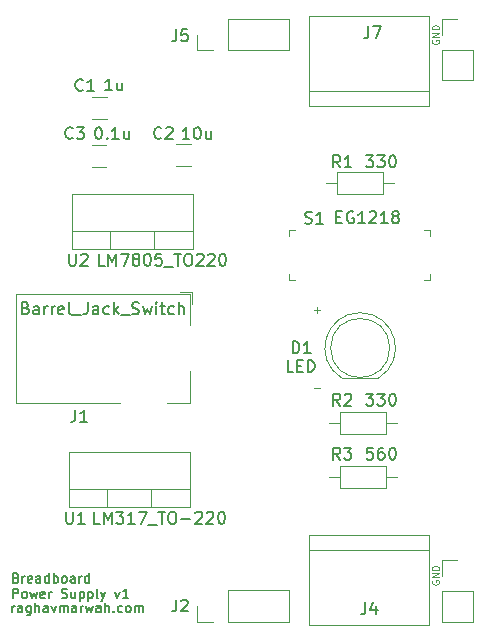
<source format=gto>
%TF.GenerationSoftware,KiCad,Pcbnew,(6.0.7-1)-1*%
%TF.CreationDate,2022-08-29T03:00:19-07:00*%
%TF.ProjectId,BB_Power_Supply,42425f50-6f77-4657-925f-537570706c79,1*%
%TF.SameCoordinates,Original*%
%TF.FileFunction,Legend,Top*%
%TF.FilePolarity,Positive*%
%FSLAX46Y46*%
G04 Gerber Fmt 4.6, Leading zero omitted, Abs format (unit mm)*
G04 Created by KiCad (PCBNEW (6.0.7-1)-1) date 2022-08-29 03:00:19*
%MOMM*%
%LPD*%
G01*
G04 APERTURE LIST*
%ADD10C,0.130000*%
%ADD11C,0.125000*%
%ADD12C,0.150000*%
%ADD13C,0.120000*%
%ADD14C,0.100000*%
G04 APERTURE END LIST*
D10*
X122309242Y-113852857D02*
X122423528Y-113890952D01*
X122461623Y-113929047D01*
X122499719Y-114005238D01*
X122499719Y-114119523D01*
X122461623Y-114195714D01*
X122423528Y-114233809D01*
X122347338Y-114271904D01*
X122042576Y-114271904D01*
X122042576Y-113471904D01*
X122309242Y-113471904D01*
X122385433Y-113510000D01*
X122423528Y-113548095D01*
X122461623Y-113624285D01*
X122461623Y-113700476D01*
X122423528Y-113776666D01*
X122385433Y-113814761D01*
X122309242Y-113852857D01*
X122042576Y-113852857D01*
X122842576Y-114271904D02*
X122842576Y-113738571D01*
X122842576Y-113890952D02*
X122880671Y-113814761D01*
X122918766Y-113776666D01*
X122994957Y-113738571D01*
X123071147Y-113738571D01*
X123642576Y-114233809D02*
X123566385Y-114271904D01*
X123414004Y-114271904D01*
X123337814Y-114233809D01*
X123299719Y-114157619D01*
X123299719Y-113852857D01*
X123337814Y-113776666D01*
X123414004Y-113738571D01*
X123566385Y-113738571D01*
X123642576Y-113776666D01*
X123680671Y-113852857D01*
X123680671Y-113929047D01*
X123299719Y-114005238D01*
X124366385Y-114271904D02*
X124366385Y-113852857D01*
X124328290Y-113776666D01*
X124252100Y-113738571D01*
X124099719Y-113738571D01*
X124023528Y-113776666D01*
X124366385Y-114233809D02*
X124290195Y-114271904D01*
X124099719Y-114271904D01*
X124023528Y-114233809D01*
X123985433Y-114157619D01*
X123985433Y-114081428D01*
X124023528Y-114005238D01*
X124099719Y-113967142D01*
X124290195Y-113967142D01*
X124366385Y-113929047D01*
X125090195Y-114271904D02*
X125090195Y-113471904D01*
X125090195Y-114233809D02*
X125014004Y-114271904D01*
X124861623Y-114271904D01*
X124785433Y-114233809D01*
X124747338Y-114195714D01*
X124709242Y-114119523D01*
X124709242Y-113890952D01*
X124747338Y-113814761D01*
X124785433Y-113776666D01*
X124861623Y-113738571D01*
X125014004Y-113738571D01*
X125090195Y-113776666D01*
X125471147Y-114271904D02*
X125471147Y-113471904D01*
X125471147Y-113776666D02*
X125547338Y-113738571D01*
X125699719Y-113738571D01*
X125775909Y-113776666D01*
X125814004Y-113814761D01*
X125852100Y-113890952D01*
X125852100Y-114119523D01*
X125814004Y-114195714D01*
X125775909Y-114233809D01*
X125699719Y-114271904D01*
X125547338Y-114271904D01*
X125471147Y-114233809D01*
X126309242Y-114271904D02*
X126233052Y-114233809D01*
X126194957Y-114195714D01*
X126156861Y-114119523D01*
X126156861Y-113890952D01*
X126194957Y-113814761D01*
X126233052Y-113776666D01*
X126309242Y-113738571D01*
X126423528Y-113738571D01*
X126499719Y-113776666D01*
X126537814Y-113814761D01*
X126575909Y-113890952D01*
X126575909Y-114119523D01*
X126537814Y-114195714D01*
X126499719Y-114233809D01*
X126423528Y-114271904D01*
X126309242Y-114271904D01*
X127261623Y-114271904D02*
X127261623Y-113852857D01*
X127223528Y-113776666D01*
X127147338Y-113738571D01*
X126994957Y-113738571D01*
X126918766Y-113776666D01*
X127261623Y-114233809D02*
X127185433Y-114271904D01*
X126994957Y-114271904D01*
X126918766Y-114233809D01*
X126880671Y-114157619D01*
X126880671Y-114081428D01*
X126918766Y-114005238D01*
X126994957Y-113967142D01*
X127185433Y-113967142D01*
X127261623Y-113929047D01*
X127642576Y-114271904D02*
X127642576Y-113738571D01*
X127642576Y-113890952D02*
X127680671Y-113814761D01*
X127718766Y-113776666D01*
X127794957Y-113738571D01*
X127871147Y-113738571D01*
X128480671Y-114271904D02*
X128480671Y-113471904D01*
X128480671Y-114233809D02*
X128404480Y-114271904D01*
X128252100Y-114271904D01*
X128175909Y-114233809D01*
X128137814Y-114195714D01*
X128099719Y-114119523D01*
X128099719Y-113890952D01*
X128137814Y-113814761D01*
X128175909Y-113776666D01*
X128252100Y-113738571D01*
X128404480Y-113738571D01*
X128480671Y-113776666D01*
X122042576Y-115559904D02*
X122042576Y-114759904D01*
X122347338Y-114759904D01*
X122423528Y-114798000D01*
X122461623Y-114836095D01*
X122499719Y-114912285D01*
X122499719Y-115026571D01*
X122461623Y-115102761D01*
X122423528Y-115140857D01*
X122347338Y-115178952D01*
X122042576Y-115178952D01*
X122956861Y-115559904D02*
X122880671Y-115521809D01*
X122842576Y-115483714D01*
X122804480Y-115407523D01*
X122804480Y-115178952D01*
X122842576Y-115102761D01*
X122880671Y-115064666D01*
X122956861Y-115026571D01*
X123071147Y-115026571D01*
X123147338Y-115064666D01*
X123185433Y-115102761D01*
X123223528Y-115178952D01*
X123223528Y-115407523D01*
X123185433Y-115483714D01*
X123147338Y-115521809D01*
X123071147Y-115559904D01*
X122956861Y-115559904D01*
X123490195Y-115026571D02*
X123642576Y-115559904D01*
X123794957Y-115178952D01*
X123947338Y-115559904D01*
X124099719Y-115026571D01*
X124709242Y-115521809D02*
X124633052Y-115559904D01*
X124480671Y-115559904D01*
X124404480Y-115521809D01*
X124366385Y-115445619D01*
X124366385Y-115140857D01*
X124404480Y-115064666D01*
X124480671Y-115026571D01*
X124633052Y-115026571D01*
X124709242Y-115064666D01*
X124747338Y-115140857D01*
X124747338Y-115217047D01*
X124366385Y-115293238D01*
X125090195Y-115559904D02*
X125090195Y-115026571D01*
X125090195Y-115178952D02*
X125128290Y-115102761D01*
X125166385Y-115064666D01*
X125242576Y-115026571D01*
X125318766Y-115026571D01*
X126156861Y-115521809D02*
X126271147Y-115559904D01*
X126461623Y-115559904D01*
X126537814Y-115521809D01*
X126575909Y-115483714D01*
X126614004Y-115407523D01*
X126614004Y-115331333D01*
X126575909Y-115255142D01*
X126537814Y-115217047D01*
X126461623Y-115178952D01*
X126309242Y-115140857D01*
X126233052Y-115102761D01*
X126194957Y-115064666D01*
X126156861Y-114988476D01*
X126156861Y-114912285D01*
X126194957Y-114836095D01*
X126233052Y-114798000D01*
X126309242Y-114759904D01*
X126499719Y-114759904D01*
X126614004Y-114798000D01*
X127299719Y-115026571D02*
X127299719Y-115559904D01*
X126956861Y-115026571D02*
X126956861Y-115445619D01*
X126994957Y-115521809D01*
X127071147Y-115559904D01*
X127185433Y-115559904D01*
X127261623Y-115521809D01*
X127299719Y-115483714D01*
X127680671Y-115026571D02*
X127680671Y-115826571D01*
X127680671Y-115064666D02*
X127756861Y-115026571D01*
X127909242Y-115026571D01*
X127985433Y-115064666D01*
X128023528Y-115102761D01*
X128061623Y-115178952D01*
X128061623Y-115407523D01*
X128023528Y-115483714D01*
X127985433Y-115521809D01*
X127909242Y-115559904D01*
X127756861Y-115559904D01*
X127680671Y-115521809D01*
X128404480Y-115026571D02*
X128404480Y-115826571D01*
X128404480Y-115064666D02*
X128480671Y-115026571D01*
X128633052Y-115026571D01*
X128709242Y-115064666D01*
X128747338Y-115102761D01*
X128785433Y-115178952D01*
X128785433Y-115407523D01*
X128747338Y-115483714D01*
X128709242Y-115521809D01*
X128633052Y-115559904D01*
X128480671Y-115559904D01*
X128404480Y-115521809D01*
X129242576Y-115559904D02*
X129166385Y-115521809D01*
X129128290Y-115445619D01*
X129128290Y-114759904D01*
X129471147Y-115026571D02*
X129661623Y-115559904D01*
X129852100Y-115026571D02*
X129661623Y-115559904D01*
X129585433Y-115750380D01*
X129547338Y-115788476D01*
X129471147Y-115826571D01*
X130690195Y-115026571D02*
X130880671Y-115559904D01*
X131071147Y-115026571D01*
X131794957Y-115559904D02*
X131337814Y-115559904D01*
X131566385Y-115559904D02*
X131566385Y-114759904D01*
X131490195Y-114874190D01*
X131414004Y-114950380D01*
X131337814Y-114988476D01*
X121984190Y-116744704D02*
X121984190Y-116211371D01*
X121984190Y-116363752D02*
X122022285Y-116287561D01*
X122060380Y-116249466D01*
X122136571Y-116211371D01*
X122212761Y-116211371D01*
X122822285Y-116744704D02*
X122822285Y-116325657D01*
X122784190Y-116249466D01*
X122708000Y-116211371D01*
X122555619Y-116211371D01*
X122479428Y-116249466D01*
X122822285Y-116706609D02*
X122746095Y-116744704D01*
X122555619Y-116744704D01*
X122479428Y-116706609D01*
X122441333Y-116630419D01*
X122441333Y-116554228D01*
X122479428Y-116478038D01*
X122555619Y-116439942D01*
X122746095Y-116439942D01*
X122822285Y-116401847D01*
X123546095Y-116211371D02*
X123546095Y-116858990D01*
X123508000Y-116935180D01*
X123469904Y-116973276D01*
X123393714Y-117011371D01*
X123279428Y-117011371D01*
X123203238Y-116973276D01*
X123546095Y-116706609D02*
X123469904Y-116744704D01*
X123317523Y-116744704D01*
X123241333Y-116706609D01*
X123203238Y-116668514D01*
X123165142Y-116592323D01*
X123165142Y-116363752D01*
X123203238Y-116287561D01*
X123241333Y-116249466D01*
X123317523Y-116211371D01*
X123469904Y-116211371D01*
X123546095Y-116249466D01*
X123927047Y-116744704D02*
X123927047Y-115944704D01*
X124269904Y-116744704D02*
X124269904Y-116325657D01*
X124231809Y-116249466D01*
X124155619Y-116211371D01*
X124041333Y-116211371D01*
X123965142Y-116249466D01*
X123927047Y-116287561D01*
X124993714Y-116744704D02*
X124993714Y-116325657D01*
X124955619Y-116249466D01*
X124879428Y-116211371D01*
X124727047Y-116211371D01*
X124650857Y-116249466D01*
X124993714Y-116706609D02*
X124917523Y-116744704D01*
X124727047Y-116744704D01*
X124650857Y-116706609D01*
X124612761Y-116630419D01*
X124612761Y-116554228D01*
X124650857Y-116478038D01*
X124727047Y-116439942D01*
X124917523Y-116439942D01*
X124993714Y-116401847D01*
X125298476Y-116211371D02*
X125488952Y-116744704D01*
X125679428Y-116211371D01*
X125984190Y-116744704D02*
X125984190Y-116211371D01*
X125984190Y-116287561D02*
X126022285Y-116249466D01*
X126098476Y-116211371D01*
X126212761Y-116211371D01*
X126288952Y-116249466D01*
X126327047Y-116325657D01*
X126327047Y-116744704D01*
X126327047Y-116325657D02*
X126365142Y-116249466D01*
X126441333Y-116211371D01*
X126555619Y-116211371D01*
X126631809Y-116249466D01*
X126669904Y-116325657D01*
X126669904Y-116744704D01*
X127393714Y-116744704D02*
X127393714Y-116325657D01*
X127355619Y-116249466D01*
X127279428Y-116211371D01*
X127127047Y-116211371D01*
X127050857Y-116249466D01*
X127393714Y-116706609D02*
X127317523Y-116744704D01*
X127127047Y-116744704D01*
X127050857Y-116706609D01*
X127012761Y-116630419D01*
X127012761Y-116554228D01*
X127050857Y-116478038D01*
X127127047Y-116439942D01*
X127317523Y-116439942D01*
X127393714Y-116401847D01*
X127774666Y-116744704D02*
X127774666Y-116211371D01*
X127774666Y-116363752D02*
X127812761Y-116287561D01*
X127850857Y-116249466D01*
X127927047Y-116211371D01*
X128003238Y-116211371D01*
X128193714Y-116211371D02*
X128346095Y-116744704D01*
X128498476Y-116363752D01*
X128650857Y-116744704D01*
X128803238Y-116211371D01*
X129450857Y-116744704D02*
X129450857Y-116325657D01*
X129412761Y-116249466D01*
X129336571Y-116211371D01*
X129184190Y-116211371D01*
X129108000Y-116249466D01*
X129450857Y-116706609D02*
X129374666Y-116744704D01*
X129184190Y-116744704D01*
X129108000Y-116706609D01*
X129069904Y-116630419D01*
X129069904Y-116554228D01*
X129108000Y-116478038D01*
X129184190Y-116439942D01*
X129374666Y-116439942D01*
X129450857Y-116401847D01*
X129831809Y-116744704D02*
X129831809Y-115944704D01*
X130174666Y-116744704D02*
X130174666Y-116325657D01*
X130136571Y-116249466D01*
X130060380Y-116211371D01*
X129946095Y-116211371D01*
X129869904Y-116249466D01*
X129831809Y-116287561D01*
X130555619Y-116668514D02*
X130593714Y-116706609D01*
X130555619Y-116744704D01*
X130517523Y-116706609D01*
X130555619Y-116668514D01*
X130555619Y-116744704D01*
X131279428Y-116706609D02*
X131203238Y-116744704D01*
X131050857Y-116744704D01*
X130974666Y-116706609D01*
X130936571Y-116668514D01*
X130898476Y-116592323D01*
X130898476Y-116363752D01*
X130936571Y-116287561D01*
X130974666Y-116249466D01*
X131050857Y-116211371D01*
X131203238Y-116211371D01*
X131279428Y-116249466D01*
X131736571Y-116744704D02*
X131660380Y-116706609D01*
X131622285Y-116668514D01*
X131584190Y-116592323D01*
X131584190Y-116363752D01*
X131622285Y-116287561D01*
X131660380Y-116249466D01*
X131736571Y-116211371D01*
X131850857Y-116211371D01*
X131927047Y-116249466D01*
X131965142Y-116287561D01*
X132003238Y-116363752D01*
X132003238Y-116592323D01*
X131965142Y-116668514D01*
X131927047Y-116706609D01*
X131850857Y-116744704D01*
X131736571Y-116744704D01*
X132346095Y-116744704D02*
X132346095Y-116211371D01*
X132346095Y-116287561D02*
X132384190Y-116249466D01*
X132460380Y-116211371D01*
X132574666Y-116211371D01*
X132650857Y-116249466D01*
X132688952Y-116325657D01*
X132688952Y-116744704D01*
X132688952Y-116325657D02*
X132727047Y-116249466D01*
X132803238Y-116211371D01*
X132917523Y-116211371D01*
X132993714Y-116249466D01*
X133031809Y-116325657D01*
X133031809Y-116744704D01*
D11*
X148005771Y-97747142D02*
X147548628Y-97747142D01*
X147769257Y-91414571D02*
X147769257Y-90957428D01*
X147997828Y-91186000D02*
X147540685Y-91186000D01*
X157535600Y-114096742D02*
X157507028Y-114153885D01*
X157507028Y-114239600D01*
X157535600Y-114325314D01*
X157592742Y-114382457D01*
X157649885Y-114411028D01*
X157764171Y-114439600D01*
X157849885Y-114439600D01*
X157964171Y-114411028D01*
X158021314Y-114382457D01*
X158078457Y-114325314D01*
X158107028Y-114239600D01*
X158107028Y-114182457D01*
X158078457Y-114096742D01*
X158049885Y-114068171D01*
X157849885Y-114068171D01*
X157849885Y-114182457D01*
X158107028Y-113811028D02*
X157507028Y-113811028D01*
X158107028Y-113468171D01*
X157507028Y-113468171D01*
X158107028Y-113182457D02*
X157507028Y-113182457D01*
X157507028Y-113039600D01*
X157535600Y-112953885D01*
X157592742Y-112896742D01*
X157649885Y-112868171D01*
X157764171Y-112839600D01*
X157849885Y-112839600D01*
X157964171Y-112868171D01*
X158021314Y-112896742D01*
X158078457Y-112953885D01*
X158107028Y-113039600D01*
X158107028Y-113182457D01*
X157535600Y-68325942D02*
X157507028Y-68383085D01*
X157507028Y-68468800D01*
X157535600Y-68554514D01*
X157592742Y-68611657D01*
X157649885Y-68640228D01*
X157764171Y-68668800D01*
X157849885Y-68668800D01*
X157964171Y-68640228D01*
X158021314Y-68611657D01*
X158078457Y-68554514D01*
X158107028Y-68468800D01*
X158107028Y-68411657D01*
X158078457Y-68325942D01*
X158049885Y-68297371D01*
X157849885Y-68297371D01*
X157849885Y-68411657D01*
X158107028Y-68040228D02*
X157507028Y-68040228D01*
X158107028Y-67697371D01*
X157507028Y-67697371D01*
X158107028Y-67411657D02*
X157507028Y-67411657D01*
X157507028Y-67268800D01*
X157535600Y-67183085D01*
X157592742Y-67125942D01*
X157649885Y-67097371D01*
X157764171Y-67068800D01*
X157849885Y-67068800D01*
X157964171Y-67097371D01*
X158021314Y-67125942D01*
X158078457Y-67183085D01*
X158107028Y-67268800D01*
X158107028Y-67411657D01*
D12*
%TO.C,J1*%
X127315466Y-99647280D02*
X127315466Y-100361566D01*
X127267847Y-100504423D01*
X127172609Y-100599661D01*
X127029752Y-100647280D01*
X126934514Y-100647280D01*
X128315466Y-100647280D02*
X127744038Y-100647280D01*
X128029752Y-100647280D02*
X128029752Y-99647280D01*
X127934514Y-99790138D01*
X127839276Y-99885376D01*
X127744038Y-99932995D01*
X123124990Y-91012971D02*
X123267847Y-91060590D01*
X123315466Y-91108209D01*
X123363085Y-91203447D01*
X123363085Y-91346304D01*
X123315466Y-91441542D01*
X123267847Y-91489161D01*
X123172609Y-91536780D01*
X122791657Y-91536780D01*
X122791657Y-90536780D01*
X123124990Y-90536780D01*
X123220228Y-90584400D01*
X123267847Y-90632019D01*
X123315466Y-90727257D01*
X123315466Y-90822495D01*
X123267847Y-90917733D01*
X123220228Y-90965352D01*
X123124990Y-91012971D01*
X122791657Y-91012971D01*
X124220228Y-91536780D02*
X124220228Y-91012971D01*
X124172609Y-90917733D01*
X124077371Y-90870114D01*
X123886895Y-90870114D01*
X123791657Y-90917733D01*
X124220228Y-91489161D02*
X124124990Y-91536780D01*
X123886895Y-91536780D01*
X123791657Y-91489161D01*
X123744038Y-91393923D01*
X123744038Y-91298685D01*
X123791657Y-91203447D01*
X123886895Y-91155828D01*
X124124990Y-91155828D01*
X124220228Y-91108209D01*
X124696419Y-91536780D02*
X124696419Y-90870114D01*
X124696419Y-91060590D02*
X124744038Y-90965352D01*
X124791657Y-90917733D01*
X124886895Y-90870114D01*
X124982133Y-90870114D01*
X125315466Y-91536780D02*
X125315466Y-90870114D01*
X125315466Y-91060590D02*
X125363085Y-90965352D01*
X125410704Y-90917733D01*
X125505942Y-90870114D01*
X125601180Y-90870114D01*
X126315466Y-91489161D02*
X126220228Y-91536780D01*
X126029752Y-91536780D01*
X125934514Y-91489161D01*
X125886895Y-91393923D01*
X125886895Y-91012971D01*
X125934514Y-90917733D01*
X126029752Y-90870114D01*
X126220228Y-90870114D01*
X126315466Y-90917733D01*
X126363085Y-91012971D01*
X126363085Y-91108209D01*
X125886895Y-91203447D01*
X126934514Y-91536780D02*
X126839276Y-91489161D01*
X126791657Y-91393923D01*
X126791657Y-90536780D01*
X127077371Y-91632019D02*
X127839276Y-91632019D01*
X128363085Y-90536780D02*
X128363085Y-91251066D01*
X128315466Y-91393923D01*
X128220228Y-91489161D01*
X128077371Y-91536780D01*
X127982133Y-91536780D01*
X129267847Y-91536780D02*
X129267847Y-91012971D01*
X129220228Y-90917733D01*
X129124990Y-90870114D01*
X128934514Y-90870114D01*
X128839276Y-90917733D01*
X129267847Y-91489161D02*
X129172609Y-91536780D01*
X128934514Y-91536780D01*
X128839276Y-91489161D01*
X128791657Y-91393923D01*
X128791657Y-91298685D01*
X128839276Y-91203447D01*
X128934514Y-91155828D01*
X129172609Y-91155828D01*
X129267847Y-91108209D01*
X130172609Y-91489161D02*
X130077371Y-91536780D01*
X129886895Y-91536780D01*
X129791657Y-91489161D01*
X129744038Y-91441542D01*
X129696419Y-91346304D01*
X129696419Y-91060590D01*
X129744038Y-90965352D01*
X129791657Y-90917733D01*
X129886895Y-90870114D01*
X130077371Y-90870114D01*
X130172609Y-90917733D01*
X130601180Y-91536780D02*
X130601180Y-90536780D01*
X130696419Y-91155828D02*
X130982133Y-91536780D01*
X130982133Y-90870114D02*
X130601180Y-91251066D01*
X131172609Y-91632019D02*
X131934514Y-91632019D01*
X132124990Y-91489161D02*
X132267847Y-91536780D01*
X132505942Y-91536780D01*
X132601180Y-91489161D01*
X132648800Y-91441542D01*
X132696419Y-91346304D01*
X132696419Y-91251066D01*
X132648800Y-91155828D01*
X132601180Y-91108209D01*
X132505942Y-91060590D01*
X132315466Y-91012971D01*
X132220228Y-90965352D01*
X132172609Y-90917733D01*
X132124990Y-90822495D01*
X132124990Y-90727257D01*
X132172609Y-90632019D01*
X132220228Y-90584400D01*
X132315466Y-90536780D01*
X132553561Y-90536780D01*
X132696419Y-90584400D01*
X133029752Y-90870114D02*
X133220228Y-91536780D01*
X133410704Y-91060590D01*
X133601180Y-91536780D01*
X133791657Y-90870114D01*
X134172609Y-91536780D02*
X134172609Y-90870114D01*
X134172609Y-90536780D02*
X134124990Y-90584400D01*
X134172609Y-90632019D01*
X134220228Y-90584400D01*
X134172609Y-90536780D01*
X134172609Y-90632019D01*
X134505942Y-90870114D02*
X134886895Y-90870114D01*
X134648800Y-90536780D02*
X134648800Y-91393923D01*
X134696419Y-91489161D01*
X134791657Y-91536780D01*
X134886895Y-91536780D01*
X135648800Y-91489161D02*
X135553561Y-91536780D01*
X135363085Y-91536780D01*
X135267847Y-91489161D01*
X135220228Y-91441542D01*
X135172609Y-91346304D01*
X135172609Y-91060590D01*
X135220228Y-90965352D01*
X135267847Y-90917733D01*
X135363085Y-90870114D01*
X135553561Y-90870114D01*
X135648800Y-90917733D01*
X136077371Y-91536780D02*
X136077371Y-90536780D01*
X136505942Y-91536780D02*
X136505942Y-91012971D01*
X136458323Y-90917733D01*
X136363085Y-90870114D01*
X136220228Y-90870114D01*
X136124990Y-90917733D01*
X136077371Y-90965352D01*
%TO.C,C1*%
X127950933Y-72525942D02*
X127903314Y-72573561D01*
X127760457Y-72621180D01*
X127665219Y-72621180D01*
X127522361Y-72573561D01*
X127427123Y-72478323D01*
X127379504Y-72383085D01*
X127331885Y-72192609D01*
X127331885Y-72049752D01*
X127379504Y-71859276D01*
X127427123Y-71764038D01*
X127522361Y-71668800D01*
X127665219Y-71621180D01*
X127760457Y-71621180D01*
X127903314Y-71668800D01*
X127950933Y-71716419D01*
X128903314Y-72621180D02*
X128331885Y-72621180D01*
X128617600Y-72621180D02*
X128617600Y-71621180D01*
X128522361Y-71764038D01*
X128427123Y-71859276D01*
X128331885Y-71906895D01*
X130440133Y-72588380D02*
X129868704Y-72588380D01*
X130154419Y-72588380D02*
X130154419Y-71588380D01*
X130059180Y-71731238D01*
X129963942Y-71826476D01*
X129868704Y-71874095D01*
X131297276Y-71921714D02*
X131297276Y-72588380D01*
X130868704Y-71921714D02*
X130868704Y-72445523D01*
X130916323Y-72540761D01*
X131011561Y-72588380D01*
X131154419Y-72588380D01*
X131249657Y-72540761D01*
X131297276Y-72493142D01*
%TO.C,S1*%
X146761295Y-83818361D02*
X146904152Y-83865980D01*
X147142247Y-83865980D01*
X147237485Y-83818361D01*
X147285104Y-83770742D01*
X147332723Y-83675504D01*
X147332723Y-83580266D01*
X147285104Y-83485028D01*
X147237485Y-83437409D01*
X147142247Y-83389790D01*
X146951771Y-83342171D01*
X146856533Y-83294552D01*
X146808914Y-83246933D01*
X146761295Y-83151695D01*
X146761295Y-83056457D01*
X146808914Y-82961219D01*
X146856533Y-82913600D01*
X146951771Y-82865980D01*
X147189866Y-82865980D01*
X147332723Y-82913600D01*
X148285104Y-83865980D02*
X147713676Y-83865980D01*
X147999390Y-83865980D02*
X147999390Y-82865980D01*
X147904152Y-83008838D01*
X147808914Y-83104076D01*
X147713676Y-83151695D01*
X149425352Y-83300971D02*
X149758685Y-83300971D01*
X149901542Y-83824780D02*
X149425352Y-83824780D01*
X149425352Y-82824780D01*
X149901542Y-82824780D01*
X150853923Y-82872400D02*
X150758685Y-82824780D01*
X150615828Y-82824780D01*
X150472971Y-82872400D01*
X150377733Y-82967638D01*
X150330114Y-83062876D01*
X150282495Y-83253352D01*
X150282495Y-83396209D01*
X150330114Y-83586685D01*
X150377733Y-83681923D01*
X150472971Y-83777161D01*
X150615828Y-83824780D01*
X150711066Y-83824780D01*
X150853923Y-83777161D01*
X150901542Y-83729542D01*
X150901542Y-83396209D01*
X150711066Y-83396209D01*
X151853923Y-83824780D02*
X151282495Y-83824780D01*
X151568209Y-83824780D02*
X151568209Y-82824780D01*
X151472971Y-82967638D01*
X151377733Y-83062876D01*
X151282495Y-83110495D01*
X152234876Y-82920019D02*
X152282495Y-82872400D01*
X152377733Y-82824780D01*
X152615828Y-82824780D01*
X152711066Y-82872400D01*
X152758685Y-82920019D01*
X152806304Y-83015257D01*
X152806304Y-83110495D01*
X152758685Y-83253352D01*
X152187257Y-83824780D01*
X152806304Y-83824780D01*
X153758685Y-83824780D02*
X153187257Y-83824780D01*
X153472971Y-83824780D02*
X153472971Y-82824780D01*
X153377733Y-82967638D01*
X153282495Y-83062876D01*
X153187257Y-83110495D01*
X154330114Y-83253352D02*
X154234876Y-83205733D01*
X154187257Y-83158114D01*
X154139638Y-83062876D01*
X154139638Y-83015257D01*
X154187257Y-82920019D01*
X154234876Y-82872400D01*
X154330114Y-82824780D01*
X154520590Y-82824780D01*
X154615828Y-82872400D01*
X154663447Y-82920019D01*
X154711066Y-83015257D01*
X154711066Y-83062876D01*
X154663447Y-83158114D01*
X154615828Y-83205733D01*
X154520590Y-83253352D01*
X154330114Y-83253352D01*
X154234876Y-83300971D01*
X154187257Y-83348590D01*
X154139638Y-83443828D01*
X154139638Y-83634304D01*
X154187257Y-83729542D01*
X154234876Y-83777161D01*
X154330114Y-83824780D01*
X154520590Y-83824780D01*
X154615828Y-83777161D01*
X154663447Y-83729542D01*
X154711066Y-83634304D01*
X154711066Y-83443828D01*
X154663447Y-83348590D01*
X154615828Y-83300971D01*
X154520590Y-83253352D01*
%TO.C,R3*%
X149744133Y-103840780D02*
X149410800Y-103364590D01*
X149172704Y-103840780D02*
X149172704Y-102840780D01*
X149553657Y-102840780D01*
X149648895Y-102888400D01*
X149696514Y-102936019D01*
X149744133Y-103031257D01*
X149744133Y-103174114D01*
X149696514Y-103269352D01*
X149648895Y-103316971D01*
X149553657Y-103364590D01*
X149172704Y-103364590D01*
X150077466Y-102840780D02*
X150696514Y-102840780D01*
X150363180Y-103221733D01*
X150506038Y-103221733D01*
X150601276Y-103269352D01*
X150648895Y-103316971D01*
X150696514Y-103412209D01*
X150696514Y-103650304D01*
X150648895Y-103745542D01*
X150601276Y-103793161D01*
X150506038Y-103840780D01*
X150220323Y-103840780D01*
X150125085Y-103793161D01*
X150077466Y-103745542D01*
X152498514Y-102840780D02*
X152022323Y-102840780D01*
X151974704Y-103316971D01*
X152022323Y-103269352D01*
X152117561Y-103221733D01*
X152355657Y-103221733D01*
X152450895Y-103269352D01*
X152498514Y-103316971D01*
X152546133Y-103412209D01*
X152546133Y-103650304D01*
X152498514Y-103745542D01*
X152450895Y-103793161D01*
X152355657Y-103840780D01*
X152117561Y-103840780D01*
X152022323Y-103793161D01*
X151974704Y-103745542D01*
X153403276Y-102840780D02*
X153212800Y-102840780D01*
X153117561Y-102888400D01*
X153069942Y-102936019D01*
X152974704Y-103078876D01*
X152927085Y-103269352D01*
X152927085Y-103650304D01*
X152974704Y-103745542D01*
X153022323Y-103793161D01*
X153117561Y-103840780D01*
X153308038Y-103840780D01*
X153403276Y-103793161D01*
X153450895Y-103745542D01*
X153498514Y-103650304D01*
X153498514Y-103412209D01*
X153450895Y-103316971D01*
X153403276Y-103269352D01*
X153308038Y-103221733D01*
X153117561Y-103221733D01*
X153022323Y-103269352D01*
X152974704Y-103316971D01*
X152927085Y-103412209D01*
X154117561Y-102840780D02*
X154212800Y-102840780D01*
X154308038Y-102888400D01*
X154355657Y-102936019D01*
X154403276Y-103031257D01*
X154450895Y-103221733D01*
X154450895Y-103459828D01*
X154403276Y-103650304D01*
X154355657Y-103745542D01*
X154308038Y-103793161D01*
X154212800Y-103840780D01*
X154117561Y-103840780D01*
X154022323Y-103793161D01*
X153974704Y-103745542D01*
X153927085Y-103650304D01*
X153879466Y-103459828D01*
X153879466Y-103221733D01*
X153927085Y-103031257D01*
X153974704Y-102936019D01*
X154022323Y-102888400D01*
X154117561Y-102840780D01*
%TO.C,U2*%
X126796895Y-86424780D02*
X126796895Y-87234304D01*
X126844514Y-87329542D01*
X126892133Y-87377161D01*
X126987371Y-87424780D01*
X127177847Y-87424780D01*
X127273085Y-87377161D01*
X127320704Y-87329542D01*
X127368323Y-87234304D01*
X127368323Y-86424780D01*
X127796895Y-86520019D02*
X127844514Y-86472400D01*
X127939752Y-86424780D01*
X128177847Y-86424780D01*
X128273085Y-86472400D01*
X128320704Y-86520019D01*
X128368323Y-86615257D01*
X128368323Y-86710495D01*
X128320704Y-86853352D01*
X127749276Y-87424780D01*
X128368323Y-87424780D01*
X129789847Y-87424780D02*
X129313657Y-87424780D01*
X129313657Y-86424780D01*
X130123180Y-87424780D02*
X130123180Y-86424780D01*
X130456514Y-87139066D01*
X130789847Y-86424780D01*
X130789847Y-87424780D01*
X131170800Y-86424780D02*
X131837466Y-86424780D01*
X131408895Y-87424780D01*
X132361276Y-86853352D02*
X132266038Y-86805733D01*
X132218419Y-86758114D01*
X132170800Y-86662876D01*
X132170800Y-86615257D01*
X132218419Y-86520019D01*
X132266038Y-86472400D01*
X132361276Y-86424780D01*
X132551752Y-86424780D01*
X132646990Y-86472400D01*
X132694609Y-86520019D01*
X132742228Y-86615257D01*
X132742228Y-86662876D01*
X132694609Y-86758114D01*
X132646990Y-86805733D01*
X132551752Y-86853352D01*
X132361276Y-86853352D01*
X132266038Y-86900971D01*
X132218419Y-86948590D01*
X132170800Y-87043828D01*
X132170800Y-87234304D01*
X132218419Y-87329542D01*
X132266038Y-87377161D01*
X132361276Y-87424780D01*
X132551752Y-87424780D01*
X132646990Y-87377161D01*
X132694609Y-87329542D01*
X132742228Y-87234304D01*
X132742228Y-87043828D01*
X132694609Y-86948590D01*
X132646990Y-86900971D01*
X132551752Y-86853352D01*
X133361276Y-86424780D02*
X133456514Y-86424780D01*
X133551752Y-86472400D01*
X133599371Y-86520019D01*
X133646990Y-86615257D01*
X133694609Y-86805733D01*
X133694609Y-87043828D01*
X133646990Y-87234304D01*
X133599371Y-87329542D01*
X133551752Y-87377161D01*
X133456514Y-87424780D01*
X133361276Y-87424780D01*
X133266038Y-87377161D01*
X133218419Y-87329542D01*
X133170800Y-87234304D01*
X133123180Y-87043828D01*
X133123180Y-86805733D01*
X133170800Y-86615257D01*
X133218419Y-86520019D01*
X133266038Y-86472400D01*
X133361276Y-86424780D01*
X134599371Y-86424780D02*
X134123180Y-86424780D01*
X134075561Y-86900971D01*
X134123180Y-86853352D01*
X134218419Y-86805733D01*
X134456514Y-86805733D01*
X134551752Y-86853352D01*
X134599371Y-86900971D01*
X134646990Y-86996209D01*
X134646990Y-87234304D01*
X134599371Y-87329542D01*
X134551752Y-87377161D01*
X134456514Y-87424780D01*
X134218419Y-87424780D01*
X134123180Y-87377161D01*
X134075561Y-87329542D01*
X134837466Y-87520019D02*
X135599371Y-87520019D01*
X135694609Y-86424780D02*
X136266038Y-86424780D01*
X135980323Y-87424780D02*
X135980323Y-86424780D01*
X136789847Y-86424780D02*
X136980323Y-86424780D01*
X137075561Y-86472400D01*
X137170800Y-86567638D01*
X137218419Y-86758114D01*
X137218419Y-87091447D01*
X137170800Y-87281923D01*
X137075561Y-87377161D01*
X136980323Y-87424780D01*
X136789847Y-87424780D01*
X136694609Y-87377161D01*
X136599371Y-87281923D01*
X136551752Y-87091447D01*
X136551752Y-86758114D01*
X136599371Y-86567638D01*
X136694609Y-86472400D01*
X136789847Y-86424780D01*
X137599371Y-86520019D02*
X137646990Y-86472400D01*
X137742228Y-86424780D01*
X137980323Y-86424780D01*
X138075561Y-86472400D01*
X138123180Y-86520019D01*
X138170800Y-86615257D01*
X138170800Y-86710495D01*
X138123180Y-86853352D01*
X137551752Y-87424780D01*
X138170800Y-87424780D01*
X138551752Y-86520019D02*
X138599371Y-86472400D01*
X138694609Y-86424780D01*
X138932704Y-86424780D01*
X139027942Y-86472400D01*
X139075561Y-86520019D01*
X139123180Y-86615257D01*
X139123180Y-86710495D01*
X139075561Y-86853352D01*
X138504133Y-87424780D01*
X139123180Y-87424780D01*
X139742228Y-86424780D02*
X139837466Y-86424780D01*
X139932704Y-86472400D01*
X139980323Y-86520019D01*
X140027942Y-86615257D01*
X140075561Y-86805733D01*
X140075561Y-87043828D01*
X140027942Y-87234304D01*
X139980323Y-87329542D01*
X139932704Y-87377161D01*
X139837466Y-87424780D01*
X139742228Y-87424780D01*
X139646990Y-87377161D01*
X139599371Y-87329542D01*
X139551752Y-87234304D01*
X139504133Y-87043828D01*
X139504133Y-86805733D01*
X139551752Y-86615257D01*
X139599371Y-86520019D01*
X139646990Y-86472400D01*
X139742228Y-86424780D01*
%TO.C,R1*%
X149744133Y-79090780D02*
X149410800Y-78614590D01*
X149172704Y-79090780D02*
X149172704Y-78090780D01*
X149553657Y-78090780D01*
X149648895Y-78138400D01*
X149696514Y-78186019D01*
X149744133Y-78281257D01*
X149744133Y-78424114D01*
X149696514Y-78519352D01*
X149648895Y-78566971D01*
X149553657Y-78614590D01*
X149172704Y-78614590D01*
X150696514Y-79090780D02*
X150125085Y-79090780D01*
X150410800Y-79090780D02*
X150410800Y-78090780D01*
X150315561Y-78233638D01*
X150220323Y-78328876D01*
X150125085Y-78376495D01*
X151927085Y-78090780D02*
X152546133Y-78090780D01*
X152212800Y-78471733D01*
X152355657Y-78471733D01*
X152450895Y-78519352D01*
X152498514Y-78566971D01*
X152546133Y-78662209D01*
X152546133Y-78900304D01*
X152498514Y-78995542D01*
X152450895Y-79043161D01*
X152355657Y-79090780D01*
X152069942Y-79090780D01*
X151974704Y-79043161D01*
X151927085Y-78995542D01*
X152879466Y-78090780D02*
X153498514Y-78090780D01*
X153165180Y-78471733D01*
X153308038Y-78471733D01*
X153403276Y-78519352D01*
X153450895Y-78566971D01*
X153498514Y-78662209D01*
X153498514Y-78900304D01*
X153450895Y-78995542D01*
X153403276Y-79043161D01*
X153308038Y-79090780D01*
X153022323Y-79090780D01*
X152927085Y-79043161D01*
X152879466Y-78995542D01*
X154117561Y-78090780D02*
X154212800Y-78090780D01*
X154308038Y-78138400D01*
X154355657Y-78186019D01*
X154403276Y-78281257D01*
X154450895Y-78471733D01*
X154450895Y-78709828D01*
X154403276Y-78900304D01*
X154355657Y-78995542D01*
X154308038Y-79043161D01*
X154212800Y-79090780D01*
X154117561Y-79090780D01*
X154022323Y-79043161D01*
X153974704Y-78995542D01*
X153927085Y-78900304D01*
X153879466Y-78709828D01*
X153879466Y-78471733D01*
X153927085Y-78281257D01*
X153974704Y-78186019D01*
X154022323Y-78138400D01*
X154117561Y-78090780D01*
%TO.C,J5*%
X135861466Y-67422780D02*
X135861466Y-68137066D01*
X135813847Y-68279923D01*
X135718609Y-68375161D01*
X135575752Y-68422780D01*
X135480514Y-68422780D01*
X136813847Y-67422780D02*
X136337657Y-67422780D01*
X136290038Y-67898971D01*
X136337657Y-67851352D01*
X136432895Y-67803733D01*
X136670990Y-67803733D01*
X136766228Y-67851352D01*
X136813847Y-67898971D01*
X136861466Y-67994209D01*
X136861466Y-68232304D01*
X136813847Y-68327542D01*
X136766228Y-68375161D01*
X136670990Y-68422780D01*
X136432895Y-68422780D01*
X136337657Y-68375161D01*
X136290038Y-68327542D01*
%TO.C,C2*%
X134605733Y-76607942D02*
X134558114Y-76655561D01*
X134415257Y-76703180D01*
X134320019Y-76703180D01*
X134177161Y-76655561D01*
X134081923Y-76560323D01*
X134034304Y-76465085D01*
X133986685Y-76274609D01*
X133986685Y-76131752D01*
X134034304Y-75941276D01*
X134081923Y-75846038D01*
X134177161Y-75750800D01*
X134320019Y-75703180D01*
X134415257Y-75703180D01*
X134558114Y-75750800D01*
X134605733Y-75798419D01*
X134986685Y-75798419D02*
X135034304Y-75750800D01*
X135129542Y-75703180D01*
X135367638Y-75703180D01*
X135462876Y-75750800D01*
X135510495Y-75798419D01*
X135558114Y-75893657D01*
X135558114Y-75988895D01*
X135510495Y-76131752D01*
X134939066Y-76703180D01*
X135558114Y-76703180D01*
X136974342Y-76703180D02*
X136402914Y-76703180D01*
X136688628Y-76703180D02*
X136688628Y-75703180D01*
X136593390Y-75846038D01*
X136498152Y-75941276D01*
X136402914Y-75988895D01*
X137593390Y-75703180D02*
X137688628Y-75703180D01*
X137783866Y-75750800D01*
X137831485Y-75798419D01*
X137879104Y-75893657D01*
X137926723Y-76084133D01*
X137926723Y-76322228D01*
X137879104Y-76512704D01*
X137831485Y-76607942D01*
X137783866Y-76655561D01*
X137688628Y-76703180D01*
X137593390Y-76703180D01*
X137498152Y-76655561D01*
X137450533Y-76607942D01*
X137402914Y-76512704D01*
X137355295Y-76322228D01*
X137355295Y-76084133D01*
X137402914Y-75893657D01*
X137450533Y-75798419D01*
X137498152Y-75750800D01*
X137593390Y-75703180D01*
X138783866Y-76036514D02*
X138783866Y-76703180D01*
X138355295Y-76036514D02*
X138355295Y-76560323D01*
X138402914Y-76655561D01*
X138498152Y-76703180D01*
X138641009Y-76703180D01*
X138736247Y-76655561D01*
X138783866Y-76607942D01*
%TO.C,U1*%
X126542895Y-108268780D02*
X126542895Y-109078304D01*
X126590514Y-109173542D01*
X126638133Y-109221161D01*
X126733371Y-109268780D01*
X126923847Y-109268780D01*
X127019085Y-109221161D01*
X127066704Y-109173542D01*
X127114323Y-109078304D01*
X127114323Y-108268780D01*
X128114323Y-109268780D02*
X127542895Y-109268780D01*
X127828609Y-109268780D02*
X127828609Y-108268780D01*
X127733371Y-108411638D01*
X127638133Y-108506876D01*
X127542895Y-108554495D01*
X129392990Y-109268780D02*
X128916800Y-109268780D01*
X128916800Y-108268780D01*
X129726323Y-109268780D02*
X129726323Y-108268780D01*
X130059657Y-108983066D01*
X130392990Y-108268780D01*
X130392990Y-109268780D01*
X130773942Y-108268780D02*
X131392990Y-108268780D01*
X131059657Y-108649733D01*
X131202514Y-108649733D01*
X131297752Y-108697352D01*
X131345371Y-108744971D01*
X131392990Y-108840209D01*
X131392990Y-109078304D01*
X131345371Y-109173542D01*
X131297752Y-109221161D01*
X131202514Y-109268780D01*
X130916800Y-109268780D01*
X130821561Y-109221161D01*
X130773942Y-109173542D01*
X132345371Y-109268780D02*
X131773942Y-109268780D01*
X132059657Y-109268780D02*
X132059657Y-108268780D01*
X131964419Y-108411638D01*
X131869180Y-108506876D01*
X131773942Y-108554495D01*
X132678704Y-108268780D02*
X133345371Y-108268780D01*
X132916800Y-109268780D01*
X133488228Y-109364019D02*
X134250133Y-109364019D01*
X134345371Y-108268780D02*
X134916800Y-108268780D01*
X134631085Y-109268780D02*
X134631085Y-108268780D01*
X135440609Y-108268780D02*
X135631085Y-108268780D01*
X135726323Y-108316400D01*
X135821561Y-108411638D01*
X135869180Y-108602114D01*
X135869180Y-108935447D01*
X135821561Y-109125923D01*
X135726323Y-109221161D01*
X135631085Y-109268780D01*
X135440609Y-109268780D01*
X135345371Y-109221161D01*
X135250133Y-109125923D01*
X135202514Y-108935447D01*
X135202514Y-108602114D01*
X135250133Y-108411638D01*
X135345371Y-108316400D01*
X135440609Y-108268780D01*
X136297752Y-108887828D02*
X137059657Y-108887828D01*
X137488228Y-108364019D02*
X137535847Y-108316400D01*
X137631085Y-108268780D01*
X137869180Y-108268780D01*
X137964419Y-108316400D01*
X138012038Y-108364019D01*
X138059657Y-108459257D01*
X138059657Y-108554495D01*
X138012038Y-108697352D01*
X137440609Y-109268780D01*
X138059657Y-109268780D01*
X138440609Y-108364019D02*
X138488228Y-108316400D01*
X138583466Y-108268780D01*
X138821561Y-108268780D01*
X138916800Y-108316400D01*
X138964419Y-108364019D01*
X139012038Y-108459257D01*
X139012038Y-108554495D01*
X138964419Y-108697352D01*
X138392990Y-109268780D01*
X139012038Y-109268780D01*
X139631085Y-108268780D02*
X139726323Y-108268780D01*
X139821561Y-108316400D01*
X139869180Y-108364019D01*
X139916800Y-108459257D01*
X139964419Y-108649733D01*
X139964419Y-108887828D01*
X139916800Y-109078304D01*
X139869180Y-109173542D01*
X139821561Y-109221161D01*
X139726323Y-109268780D01*
X139631085Y-109268780D01*
X139535847Y-109221161D01*
X139488228Y-109173542D01*
X139440609Y-109078304D01*
X139392990Y-108887828D01*
X139392990Y-108649733D01*
X139440609Y-108459257D01*
X139488228Y-108364019D01*
X139535847Y-108316400D01*
X139631085Y-108268780D01*
%TO.C,D1*%
X145718304Y-94843780D02*
X145718304Y-93843780D01*
X145956400Y-93843780D01*
X146099257Y-93891400D01*
X146194495Y-93986638D01*
X146242114Y-94081876D01*
X146289733Y-94272352D01*
X146289733Y-94415209D01*
X146242114Y-94605685D01*
X146194495Y-94700923D01*
X146099257Y-94796161D01*
X145956400Y-94843780D01*
X145718304Y-94843780D01*
X147242114Y-94843780D02*
X146670685Y-94843780D01*
X146956400Y-94843780D02*
X146956400Y-93843780D01*
X146861161Y-93986638D01*
X146765923Y-94081876D01*
X146670685Y-94129495D01*
X145762742Y-96413580D02*
X145286552Y-96413580D01*
X145286552Y-95413580D01*
X146096076Y-95889771D02*
X146429409Y-95889771D01*
X146572266Y-96413580D02*
X146096076Y-96413580D01*
X146096076Y-95413580D01*
X146572266Y-95413580D01*
X147000838Y-96413580D02*
X147000838Y-95413580D01*
X147238933Y-95413580D01*
X147381790Y-95461200D01*
X147477028Y-95556438D01*
X147524647Y-95651676D01*
X147572266Y-95842152D01*
X147572266Y-95985009D01*
X147524647Y-96175485D01*
X147477028Y-96270723D01*
X147381790Y-96365961D01*
X147238933Y-96413580D01*
X147000838Y-96413580D01*
%TO.C,J2*%
X135861466Y-115690380D02*
X135861466Y-116404666D01*
X135813847Y-116547523D01*
X135718609Y-116642761D01*
X135575752Y-116690380D01*
X135480514Y-116690380D01*
X136290038Y-115785619D02*
X136337657Y-115738000D01*
X136432895Y-115690380D01*
X136670990Y-115690380D01*
X136766228Y-115738000D01*
X136813847Y-115785619D01*
X136861466Y-115880857D01*
X136861466Y-115976095D01*
X136813847Y-116118952D01*
X136242419Y-116690380D01*
X136861466Y-116690380D01*
%TO.C,R2*%
X149744133Y-99268780D02*
X149410800Y-98792590D01*
X149172704Y-99268780D02*
X149172704Y-98268780D01*
X149553657Y-98268780D01*
X149648895Y-98316400D01*
X149696514Y-98364019D01*
X149744133Y-98459257D01*
X149744133Y-98602114D01*
X149696514Y-98697352D01*
X149648895Y-98744971D01*
X149553657Y-98792590D01*
X149172704Y-98792590D01*
X150125085Y-98364019D02*
X150172704Y-98316400D01*
X150267942Y-98268780D01*
X150506038Y-98268780D01*
X150601276Y-98316400D01*
X150648895Y-98364019D01*
X150696514Y-98459257D01*
X150696514Y-98554495D01*
X150648895Y-98697352D01*
X150077466Y-99268780D01*
X150696514Y-99268780D01*
X151927085Y-98268780D02*
X152546133Y-98268780D01*
X152212800Y-98649733D01*
X152355657Y-98649733D01*
X152450895Y-98697352D01*
X152498514Y-98744971D01*
X152546133Y-98840209D01*
X152546133Y-99078304D01*
X152498514Y-99173542D01*
X152450895Y-99221161D01*
X152355657Y-99268780D01*
X152069942Y-99268780D01*
X151974704Y-99221161D01*
X151927085Y-99173542D01*
X152879466Y-98268780D02*
X153498514Y-98268780D01*
X153165180Y-98649733D01*
X153308038Y-98649733D01*
X153403276Y-98697352D01*
X153450895Y-98744971D01*
X153498514Y-98840209D01*
X153498514Y-99078304D01*
X153450895Y-99173542D01*
X153403276Y-99221161D01*
X153308038Y-99268780D01*
X153022323Y-99268780D01*
X152927085Y-99221161D01*
X152879466Y-99173542D01*
X154117561Y-98268780D02*
X154212800Y-98268780D01*
X154308038Y-98316400D01*
X154355657Y-98364019D01*
X154403276Y-98459257D01*
X154450895Y-98649733D01*
X154450895Y-98887828D01*
X154403276Y-99078304D01*
X154355657Y-99173542D01*
X154308038Y-99221161D01*
X154212800Y-99268780D01*
X154117561Y-99268780D01*
X154022323Y-99221161D01*
X153974704Y-99173542D01*
X153927085Y-99078304D01*
X153879466Y-98887828D01*
X153879466Y-98649733D01*
X153927085Y-98459257D01*
X153974704Y-98364019D01*
X154022323Y-98316400D01*
X154117561Y-98268780D01*
%TO.C,J7*%
X152117466Y-67168780D02*
X152117466Y-67883066D01*
X152069847Y-68025923D01*
X151974609Y-68121161D01*
X151831752Y-68168780D01*
X151736514Y-68168780D01*
X152498419Y-67168780D02*
X153165085Y-67168780D01*
X152736514Y-68168780D01*
%TO.C,J4*%
X151863466Y-115936780D02*
X151863466Y-116651066D01*
X151815847Y-116793923D01*
X151720609Y-116889161D01*
X151577752Y-116936780D01*
X151482514Y-116936780D01*
X152768228Y-116270114D02*
X152768228Y-116936780D01*
X152530133Y-115889161D02*
X152292038Y-116603447D01*
X152911085Y-116603447D01*
%TO.C,C3*%
X127087333Y-76607942D02*
X127039714Y-76655561D01*
X126896857Y-76703180D01*
X126801619Y-76703180D01*
X126658761Y-76655561D01*
X126563523Y-76560323D01*
X126515904Y-76465085D01*
X126468285Y-76274609D01*
X126468285Y-76131752D01*
X126515904Y-75941276D01*
X126563523Y-75846038D01*
X126658761Y-75750800D01*
X126801619Y-75703180D01*
X126896857Y-75703180D01*
X127039714Y-75750800D01*
X127087333Y-75798419D01*
X127420666Y-75703180D02*
X128039714Y-75703180D01*
X127706380Y-76084133D01*
X127849238Y-76084133D01*
X127944476Y-76131752D01*
X127992095Y-76179371D01*
X128039714Y-76274609D01*
X128039714Y-76512704D01*
X127992095Y-76607942D01*
X127944476Y-76655561D01*
X127849238Y-76703180D01*
X127563523Y-76703180D01*
X127468285Y-76655561D01*
X127420666Y-76607942D01*
X129243200Y-75703180D02*
X129338438Y-75703180D01*
X129433676Y-75750800D01*
X129481295Y-75798419D01*
X129528914Y-75893657D01*
X129576533Y-76084133D01*
X129576533Y-76322228D01*
X129528914Y-76512704D01*
X129481295Y-76607942D01*
X129433676Y-76655561D01*
X129338438Y-76703180D01*
X129243200Y-76703180D01*
X129147962Y-76655561D01*
X129100343Y-76607942D01*
X129052724Y-76512704D01*
X129005105Y-76322228D01*
X129005105Y-76084133D01*
X129052724Y-75893657D01*
X129100343Y-75798419D01*
X129147962Y-75750800D01*
X129243200Y-75703180D01*
X130005105Y-76607942D02*
X130052724Y-76655561D01*
X130005105Y-76703180D01*
X129957486Y-76655561D01*
X130005105Y-76607942D01*
X130005105Y-76703180D01*
X131005105Y-76703180D02*
X130433676Y-76703180D01*
X130719390Y-76703180D02*
X130719390Y-75703180D01*
X130624152Y-75846038D01*
X130528914Y-75941276D01*
X130433676Y-75988895D01*
X131862247Y-76036514D02*
X131862247Y-76703180D01*
X131433676Y-76036514D02*
X131433676Y-76560323D01*
X131481295Y-76655561D01*
X131576533Y-76703180D01*
X131719390Y-76703180D01*
X131814628Y-76655561D01*
X131862247Y-76607942D01*
D13*
%TO.C,J1*%
X136998800Y-96344900D02*
X136998800Y-99044900D01*
X136998800Y-99044900D02*
X135098800Y-99044900D01*
X122298800Y-89844900D02*
X136998800Y-89844900D01*
X136998800Y-89844900D02*
X136998800Y-92444900D01*
X137198800Y-90694900D02*
X137198800Y-89644900D01*
X131098800Y-99044900D02*
X122298800Y-99044900D01*
X136148800Y-89644900D02*
X137198800Y-89644900D01*
X122298800Y-99044900D02*
X122298800Y-89844900D01*
%TO.C,C1*%
X128707800Y-73146400D02*
X129965800Y-73146400D01*
X128707800Y-74986400D02*
X129965800Y-74986400D01*
D14*
%TO.C,S1*%
X157320800Y-84412400D02*
X156820800Y-84412400D01*
X157320800Y-88612400D02*
X157320800Y-88112400D01*
X145420800Y-88612400D02*
X145420800Y-88112400D01*
X157320800Y-88612400D02*
X156820800Y-88612400D01*
X145420800Y-84412400D02*
X145420800Y-84912400D01*
X145420800Y-84412400D02*
X145920800Y-84412400D01*
X145420800Y-88612400D02*
X145920800Y-88612400D01*
X157320800Y-84412400D02*
X157320800Y-84912400D01*
D13*
%TO.C,R3*%
X148818800Y-105308400D02*
X149768800Y-105308400D01*
X149768800Y-106228400D02*
X153608800Y-106228400D01*
X154558800Y-105308400D02*
X153608800Y-105308400D01*
X149768800Y-104388400D02*
X149768800Y-106228400D01*
X153608800Y-104388400D02*
X149768800Y-104388400D01*
X153608800Y-106228400D02*
X153608800Y-104388400D01*
%TO.C,U2*%
X137250800Y-84462400D02*
X127010800Y-84462400D01*
X137250800Y-85972400D02*
X137250800Y-81331400D01*
X137250800Y-85972400D02*
X127010800Y-85972400D01*
X133980800Y-85972400D02*
X133980800Y-84462400D01*
X127010800Y-85972400D02*
X127010800Y-81331400D01*
X130279800Y-85972400D02*
X130279800Y-84462400D01*
X137250800Y-81331400D02*
X127010800Y-81331400D01*
%TO.C,R1*%
X153354800Y-81336400D02*
X153354800Y-79496400D01*
X149514800Y-79496400D02*
X149514800Y-81336400D01*
X148564800Y-80416400D02*
X149514800Y-80416400D01*
X153354800Y-79496400D02*
X149514800Y-79496400D01*
X154304800Y-80416400D02*
X153354800Y-80416400D01*
X149514800Y-81336400D02*
X153354800Y-81336400D01*
%TO.C,J5*%
X140258800Y-66531400D02*
X145398800Y-66531400D01*
X140258800Y-69191400D02*
X140258800Y-66531400D01*
X137658800Y-69191400D02*
X137658800Y-67861400D01*
X140258800Y-69191400D02*
X145398800Y-69191400D01*
X145398800Y-69191400D02*
X145398800Y-66531400D01*
X138988800Y-69191400D02*
X137658800Y-69191400D01*
%TO.C,C2*%
X137128600Y-78999600D02*
X135870600Y-78999600D01*
X137128600Y-77159600D02*
X135870600Y-77159600D01*
%TO.C,U1*%
X136996800Y-107816400D02*
X126756800Y-107816400D01*
X136996800Y-103175400D02*
X126756800Y-103175400D01*
X126756800Y-107816400D02*
X126756800Y-103175400D01*
X133726800Y-107816400D02*
X133726800Y-106306400D01*
X130025800Y-107816400D02*
X130025800Y-106306400D01*
X136996800Y-107816400D02*
X136996800Y-103175400D01*
X136996800Y-106306400D02*
X126756800Y-106306400D01*
%TO.C,D1*%
X153934800Y-94391400D02*
G75*
G03*
X153934800Y-94391400I-2500000J0D01*
G01*
X152979630Y-96951400D02*
G75*
G03*
X151434338Y-91401400I-1544830J2560000D01*
G01*
X151435262Y-91401400D02*
G75*
G03*
X149889970Y-96951400I-462J-2990000D01*
G01*
X149889800Y-96951400D02*
X152979800Y-96951400D01*
%TO.C,J2*%
X140258800Y-117568000D02*
X140258800Y-114908000D01*
X145398800Y-117568000D02*
X145398800Y-114908000D01*
X140258800Y-117568000D02*
X145398800Y-117568000D01*
X137658800Y-117568000D02*
X137658800Y-116238000D01*
X138988800Y-117568000D02*
X137658800Y-117568000D01*
X140258800Y-114908000D02*
X145398800Y-114908000D01*
%TO.C,R2*%
X153608800Y-99816400D02*
X149768800Y-99816400D01*
X149768800Y-101656400D02*
X153608800Y-101656400D01*
X153608800Y-101656400D02*
X153608800Y-99816400D01*
X148818800Y-100736400D02*
X149768800Y-100736400D01*
X149768800Y-99816400D02*
X149768800Y-101656400D01*
X154558800Y-100736400D02*
X153608800Y-100736400D01*
%TO.C,J3*%
X158322800Y-117558000D02*
X160982800Y-117558000D01*
X158322800Y-114958000D02*
X160982800Y-114958000D01*
X160982800Y-114958000D02*
X160982800Y-117558000D01*
X158322800Y-113688000D02*
X158322800Y-112358000D01*
X158322800Y-112358000D02*
X159652800Y-112358000D01*
X158322800Y-114958000D02*
X158322800Y-117558000D01*
%TO.C,J6*%
X158322800Y-69133800D02*
X160982800Y-69133800D01*
X158322800Y-71733800D02*
X160982800Y-71733800D01*
X160982800Y-69133800D02*
X160982800Y-71733800D01*
X158322800Y-67863800D02*
X158322800Y-66533800D01*
X158322800Y-66533800D02*
X159652800Y-66533800D01*
X158322800Y-69133800D02*
X158322800Y-71733800D01*
%TO.C,J7*%
X157276800Y-66251400D02*
X147116800Y-66251400D01*
X147116800Y-66251400D02*
X147116800Y-73871400D01*
X157276800Y-72601400D02*
X147116800Y-72601400D01*
X147116800Y-73871400D02*
X157276800Y-73871400D01*
X157276800Y-73871400D02*
X157276800Y-66251400D01*
%TO.C,J4*%
X147116800Y-111498000D02*
X157276800Y-111498000D01*
X157276800Y-117848000D02*
X157276800Y-110228000D01*
X147116800Y-110228000D02*
X147116800Y-117848000D01*
X157276800Y-110228000D02*
X147116800Y-110228000D01*
X147116800Y-117848000D02*
X157276800Y-117848000D01*
%TO.C,C3*%
X129945800Y-79050400D02*
X128687800Y-79050400D01*
X129945800Y-77210400D02*
X128687800Y-77210400D01*
%TD*%
M02*

</source>
